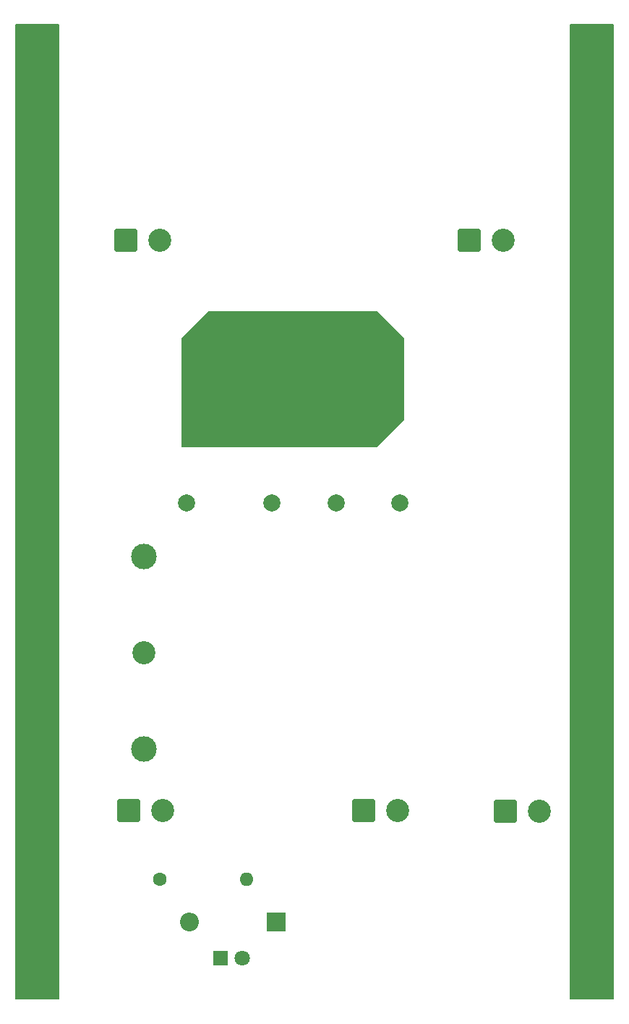
<source format=gts>
G04 #@! TF.GenerationSoftware,KiCad,Pcbnew,6.0.11+dfsg-1*
G04 #@! TF.CreationDate,2023-07-14T21:47:45+01:00*
G04 #@! TF.ProjectId,bridge-rectifier,62726964-6765-42d7-9265-637469666965,rev?*
G04 #@! TF.SameCoordinates,Original*
G04 #@! TF.FileFunction,Soldermask,Top*
G04 #@! TF.FilePolarity,Negative*
%FSLAX46Y46*%
G04 Gerber Fmt 4.6, Leading zero omitted, Abs format (unit mm)*
G04 Created by KiCad (PCBNEW 6.0.11+dfsg-1) date 2023-07-14 21:47:45*
%MOMM*%
%LPD*%
G01*
G04 APERTURE LIST*
G04 Aperture macros list*
%AMRoundRect*
0 Rectangle with rounded corners*
0 $1 Rounding radius*
0 $2 $3 $4 $5 $6 $7 $8 $9 X,Y pos of 4 corners*
0 Add a 4 corners polygon primitive as box body*
4,1,4,$2,$3,$4,$5,$6,$7,$8,$9,$2,$3,0*
0 Add four circle primitives for the rounded corners*
1,1,$1+$1,$2,$3*
1,1,$1+$1,$4,$5*
1,1,$1+$1,$6,$7*
1,1,$1+$1,$8,$9*
0 Add four rect primitives between the rounded corners*
20,1,$1+$1,$2,$3,$4,$5,0*
20,1,$1+$1,$4,$5,$6,$7,0*
20,1,$1+$1,$6,$7,$8,$9,0*
20,1,$1+$1,$8,$9,$2,$3,0*%
%AMOutline5P*
0 Free polygon, 5 corners , with rotation*
0 The origin of the aperture is its center*
0 number of corners: always 5*
0 $1 to $10 corner X, Y*
0 $11 Rotation angle, in degrees counterclockwise*
0 create outline with 5 corners*
4,1,5,$1,$2,$3,$4,$5,$6,$7,$8,$9,$10,$1,$2,$11*%
%AMOutline6P*
0 Free polygon, 6 corners , with rotation*
0 The origin of the aperture is its center*
0 number of corners: always 6*
0 $1 to $12 corner X, Y*
0 $13 Rotation angle, in degrees counterclockwise*
0 create outline with 6 corners*
4,1,6,$1,$2,$3,$4,$5,$6,$7,$8,$9,$10,$11,$12,$1,$2,$13*%
%AMOutline7P*
0 Free polygon, 7 corners , with rotation*
0 The origin of the aperture is its center*
0 number of corners: always 7*
0 $1 to $14 corner X, Y*
0 $15 Rotation angle, in degrees counterclockwise*
0 create outline with 7 corners*
4,1,7,$1,$2,$3,$4,$5,$6,$7,$8,$9,$10,$11,$12,$13,$14,$1,$2,$15*%
%AMOutline8P*
0 Free polygon, 8 corners , with rotation*
0 The origin of the aperture is its center*
0 number of corners: always 8*
0 $1 to $16 corner X, Y*
0 $17 Rotation angle, in degrees counterclockwise*
0 create outline with 8 corners*
4,1,8,$1,$2,$3,$4,$5,$6,$7,$8,$9,$10,$11,$12,$13,$14,$15,$16,$1,$2,$17*%
G04 Aperture macros list end*
%ADD10C,0.150000*%
%ADD11RoundRect,0.250001X-1.099999X-1.099999X1.099999X-1.099999X1.099999X1.099999X-1.099999X1.099999X0*%
%ADD12C,2.700000*%
%ADD13R,1.800000X1.800000*%
%ADD14C,1.800000*%
%ADD15C,3.500000*%
%ADD16C,2.000000*%
%ADD17Outline7P,-13.000000X4.800000X-9.800000X8.000000X9.800000X8.000000X13.000000X4.800000X13.000000X-4.800000X9.800000X-8.000000X-13.000000X-8.000000X0.000000*%
%ADD18C,1.600000*%
%ADD19O,1.600000X1.600000*%
%ADD20C,3.000000*%
%ADD21R,2.200000X2.200000*%
%ADD22O,2.200000X2.200000*%
G04 APERTURE END LIST*
D10*
X197000000Y-14000000D02*
X202000000Y-14000000D01*
X202000000Y-14000000D02*
X202000000Y-128000000D01*
X202000000Y-128000000D02*
X197000000Y-128000000D01*
X197000000Y-128000000D02*
X197000000Y-14000000D01*
G36*
X197000000Y-14000000D02*
G01*
X202000000Y-14000000D01*
X202000000Y-128000000D01*
X197000000Y-128000000D01*
X197000000Y-14000000D01*
G37*
X132000000Y-14000000D02*
X137000000Y-14000000D01*
X137000000Y-14000000D02*
X137000000Y-128000000D01*
X137000000Y-128000000D02*
X132000000Y-128000000D01*
X132000000Y-128000000D02*
X132000000Y-14000000D01*
G36*
X132000000Y-14000000D02*
G01*
X137000000Y-14000000D01*
X137000000Y-128000000D01*
X132000000Y-128000000D01*
X132000000Y-14000000D01*
G37*
D11*
X189342500Y-106000000D03*
D12*
X193302500Y-106000000D03*
D11*
X172742500Y-105950000D03*
D12*
X176702500Y-105950000D03*
D11*
X185142500Y-39250000D03*
D12*
X189102500Y-39250000D03*
D11*
X144942500Y-39250000D03*
D12*
X148902500Y-39250000D03*
D11*
X145242500Y-105950000D03*
D12*
X149202500Y-105950000D03*
D13*
X156000000Y-123200000D03*
D14*
X158540000Y-123200000D03*
D15*
X164500000Y-54500000D03*
D16*
X152000000Y-70000000D03*
X162000000Y-70000000D03*
X169500000Y-70000000D03*
X177000000Y-70000000D03*
D17*
X164500000Y-55500000D03*
D18*
X148920000Y-114000000D03*
D19*
X159080000Y-114000000D03*
D12*
X147000000Y-87500000D03*
D20*
X147000000Y-98750000D03*
X147000000Y-76250000D03*
D21*
X162480000Y-119000000D03*
D22*
X152320000Y-119000000D03*
M02*

</source>
